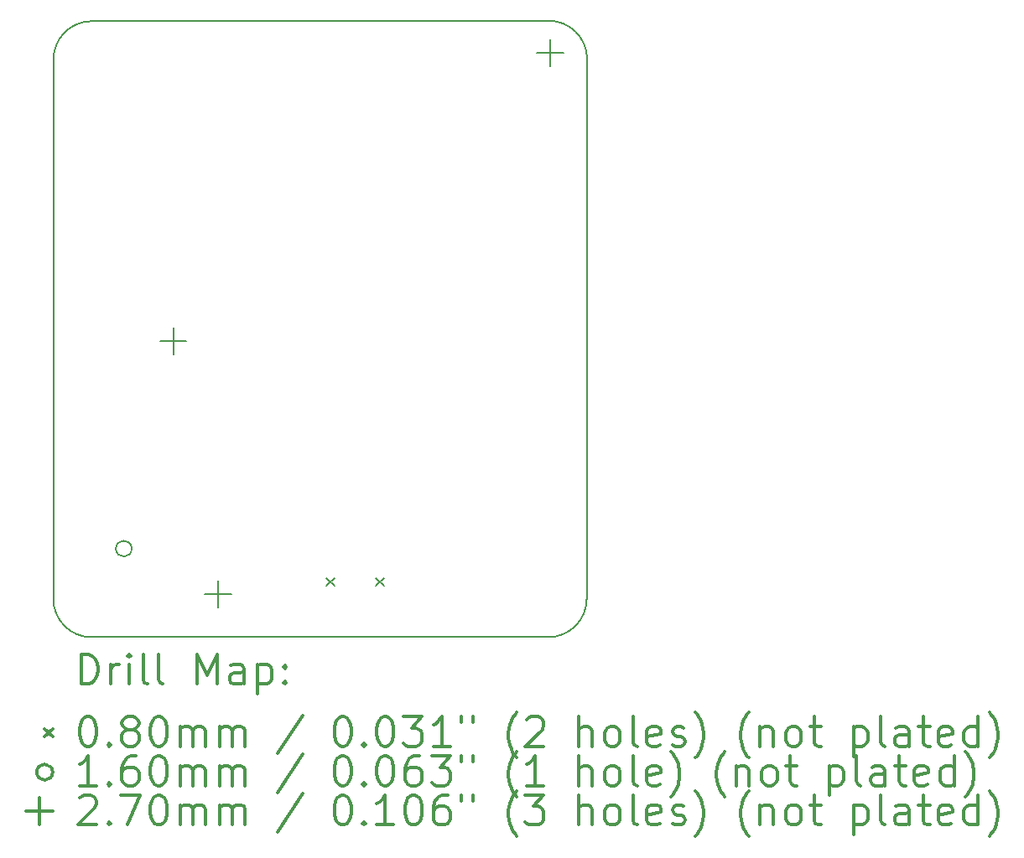
<source format=gbr>
%FSLAX45Y45*%
G04 Gerber Fmt 4.5, Leading zero omitted, Abs format (unit mm)*
G04 Created by KiCad (PCBNEW (5.0.0)) date 03/24/20 23:03:29*
%MOMM*%
%LPD*%
G01*
G04 APERTURE LIST*
%ADD10C,0.150000*%
%ADD11C,0.200000*%
%ADD12C,0.300000*%
G04 APERTURE END LIST*
D10*
X11830000Y-6131000D02*
X16446000Y-6127000D01*
X16445000Y-6127000D02*
G75*
G02X16831000Y-6513000I0J-386000D01*
G01*
X16831000Y-6513000D02*
X16827000Y-11973000D01*
X11829000Y-12356000D02*
X16445000Y-12355000D01*
X16827000Y-11969000D02*
G75*
G02X16441000Y-12355000I-386000J0D01*
G01*
X11444000Y-6516000D02*
X11443000Y-11968000D01*
X11829000Y-12356000D02*
G75*
G02X11443000Y-11970000I0J386000D01*
G01*
X11444000Y-6517000D02*
G75*
G02X11830000Y-6131000I386000J0D01*
G01*
D11*
X14199000Y-11755000D02*
X14279000Y-11835000D01*
X14279000Y-11755000D02*
X14199000Y-11835000D01*
X14699000Y-11755000D02*
X14779000Y-11835000D01*
X14779000Y-11755000D02*
X14699000Y-11835000D01*
X12234000Y-11461000D02*
G75*
G03X12234000Y-11461000I-80000J0D01*
G01*
X16461000Y-6312000D02*
X16461000Y-6582000D01*
X16326000Y-6447000D02*
X16596000Y-6447000D01*
X13103000Y-11788000D02*
X13103000Y-12058000D01*
X12968000Y-11923000D02*
X13238000Y-11923000D01*
X12653000Y-9225000D02*
X12653000Y-9495000D01*
X12518000Y-9360000D02*
X12788000Y-9360000D01*
D12*
X11721928Y-12829214D02*
X11721928Y-12529214D01*
X11793357Y-12529214D01*
X11836214Y-12543500D01*
X11864786Y-12572071D01*
X11879071Y-12600643D01*
X11893357Y-12657786D01*
X11893357Y-12700643D01*
X11879071Y-12757786D01*
X11864786Y-12786357D01*
X11836214Y-12814929D01*
X11793357Y-12829214D01*
X11721928Y-12829214D01*
X12021928Y-12829214D02*
X12021928Y-12629214D01*
X12021928Y-12686357D02*
X12036214Y-12657786D01*
X12050500Y-12643500D01*
X12079071Y-12629214D01*
X12107643Y-12629214D01*
X12207643Y-12829214D02*
X12207643Y-12629214D01*
X12207643Y-12529214D02*
X12193357Y-12543500D01*
X12207643Y-12557786D01*
X12221928Y-12543500D01*
X12207643Y-12529214D01*
X12207643Y-12557786D01*
X12393357Y-12829214D02*
X12364786Y-12814929D01*
X12350500Y-12786357D01*
X12350500Y-12529214D01*
X12550500Y-12829214D02*
X12521928Y-12814929D01*
X12507643Y-12786357D01*
X12507643Y-12529214D01*
X12893357Y-12829214D02*
X12893357Y-12529214D01*
X12993357Y-12743500D01*
X13093357Y-12529214D01*
X13093357Y-12829214D01*
X13364786Y-12829214D02*
X13364786Y-12672071D01*
X13350500Y-12643500D01*
X13321928Y-12629214D01*
X13264786Y-12629214D01*
X13236214Y-12643500D01*
X13364786Y-12814929D02*
X13336214Y-12829214D01*
X13264786Y-12829214D01*
X13236214Y-12814929D01*
X13221928Y-12786357D01*
X13221928Y-12757786D01*
X13236214Y-12729214D01*
X13264786Y-12714929D01*
X13336214Y-12714929D01*
X13364786Y-12700643D01*
X13507643Y-12629214D02*
X13507643Y-12929214D01*
X13507643Y-12643500D02*
X13536214Y-12629214D01*
X13593357Y-12629214D01*
X13621928Y-12643500D01*
X13636214Y-12657786D01*
X13650500Y-12686357D01*
X13650500Y-12772071D01*
X13636214Y-12800643D01*
X13621928Y-12814929D01*
X13593357Y-12829214D01*
X13536214Y-12829214D01*
X13507643Y-12814929D01*
X13779071Y-12800643D02*
X13793357Y-12814929D01*
X13779071Y-12829214D01*
X13764786Y-12814929D01*
X13779071Y-12800643D01*
X13779071Y-12829214D01*
X13779071Y-12643500D02*
X13793357Y-12657786D01*
X13779071Y-12672071D01*
X13764786Y-12657786D01*
X13779071Y-12643500D01*
X13779071Y-12672071D01*
X11355500Y-13283500D02*
X11435500Y-13363500D01*
X11435500Y-13283500D02*
X11355500Y-13363500D01*
X11779071Y-13159214D02*
X11807643Y-13159214D01*
X11836214Y-13173500D01*
X11850500Y-13187786D01*
X11864786Y-13216357D01*
X11879071Y-13273500D01*
X11879071Y-13344929D01*
X11864786Y-13402071D01*
X11850500Y-13430643D01*
X11836214Y-13444929D01*
X11807643Y-13459214D01*
X11779071Y-13459214D01*
X11750500Y-13444929D01*
X11736214Y-13430643D01*
X11721928Y-13402071D01*
X11707643Y-13344929D01*
X11707643Y-13273500D01*
X11721928Y-13216357D01*
X11736214Y-13187786D01*
X11750500Y-13173500D01*
X11779071Y-13159214D01*
X12007643Y-13430643D02*
X12021928Y-13444929D01*
X12007643Y-13459214D01*
X11993357Y-13444929D01*
X12007643Y-13430643D01*
X12007643Y-13459214D01*
X12193357Y-13287786D02*
X12164786Y-13273500D01*
X12150500Y-13259214D01*
X12136214Y-13230643D01*
X12136214Y-13216357D01*
X12150500Y-13187786D01*
X12164786Y-13173500D01*
X12193357Y-13159214D01*
X12250500Y-13159214D01*
X12279071Y-13173500D01*
X12293357Y-13187786D01*
X12307643Y-13216357D01*
X12307643Y-13230643D01*
X12293357Y-13259214D01*
X12279071Y-13273500D01*
X12250500Y-13287786D01*
X12193357Y-13287786D01*
X12164786Y-13302071D01*
X12150500Y-13316357D01*
X12136214Y-13344929D01*
X12136214Y-13402071D01*
X12150500Y-13430643D01*
X12164786Y-13444929D01*
X12193357Y-13459214D01*
X12250500Y-13459214D01*
X12279071Y-13444929D01*
X12293357Y-13430643D01*
X12307643Y-13402071D01*
X12307643Y-13344929D01*
X12293357Y-13316357D01*
X12279071Y-13302071D01*
X12250500Y-13287786D01*
X12493357Y-13159214D02*
X12521928Y-13159214D01*
X12550500Y-13173500D01*
X12564786Y-13187786D01*
X12579071Y-13216357D01*
X12593357Y-13273500D01*
X12593357Y-13344929D01*
X12579071Y-13402071D01*
X12564786Y-13430643D01*
X12550500Y-13444929D01*
X12521928Y-13459214D01*
X12493357Y-13459214D01*
X12464786Y-13444929D01*
X12450500Y-13430643D01*
X12436214Y-13402071D01*
X12421928Y-13344929D01*
X12421928Y-13273500D01*
X12436214Y-13216357D01*
X12450500Y-13187786D01*
X12464786Y-13173500D01*
X12493357Y-13159214D01*
X12721928Y-13459214D02*
X12721928Y-13259214D01*
X12721928Y-13287786D02*
X12736214Y-13273500D01*
X12764786Y-13259214D01*
X12807643Y-13259214D01*
X12836214Y-13273500D01*
X12850500Y-13302071D01*
X12850500Y-13459214D01*
X12850500Y-13302071D02*
X12864786Y-13273500D01*
X12893357Y-13259214D01*
X12936214Y-13259214D01*
X12964786Y-13273500D01*
X12979071Y-13302071D01*
X12979071Y-13459214D01*
X13121928Y-13459214D02*
X13121928Y-13259214D01*
X13121928Y-13287786D02*
X13136214Y-13273500D01*
X13164786Y-13259214D01*
X13207643Y-13259214D01*
X13236214Y-13273500D01*
X13250500Y-13302071D01*
X13250500Y-13459214D01*
X13250500Y-13302071D02*
X13264786Y-13273500D01*
X13293357Y-13259214D01*
X13336214Y-13259214D01*
X13364786Y-13273500D01*
X13379071Y-13302071D01*
X13379071Y-13459214D01*
X13964786Y-13144929D02*
X13707643Y-13530643D01*
X14350500Y-13159214D02*
X14379071Y-13159214D01*
X14407643Y-13173500D01*
X14421928Y-13187786D01*
X14436214Y-13216357D01*
X14450500Y-13273500D01*
X14450500Y-13344929D01*
X14436214Y-13402071D01*
X14421928Y-13430643D01*
X14407643Y-13444929D01*
X14379071Y-13459214D01*
X14350500Y-13459214D01*
X14321928Y-13444929D01*
X14307643Y-13430643D01*
X14293357Y-13402071D01*
X14279071Y-13344929D01*
X14279071Y-13273500D01*
X14293357Y-13216357D01*
X14307643Y-13187786D01*
X14321928Y-13173500D01*
X14350500Y-13159214D01*
X14579071Y-13430643D02*
X14593357Y-13444929D01*
X14579071Y-13459214D01*
X14564786Y-13444929D01*
X14579071Y-13430643D01*
X14579071Y-13459214D01*
X14779071Y-13159214D02*
X14807643Y-13159214D01*
X14836214Y-13173500D01*
X14850500Y-13187786D01*
X14864786Y-13216357D01*
X14879071Y-13273500D01*
X14879071Y-13344929D01*
X14864786Y-13402071D01*
X14850500Y-13430643D01*
X14836214Y-13444929D01*
X14807643Y-13459214D01*
X14779071Y-13459214D01*
X14750500Y-13444929D01*
X14736214Y-13430643D01*
X14721928Y-13402071D01*
X14707643Y-13344929D01*
X14707643Y-13273500D01*
X14721928Y-13216357D01*
X14736214Y-13187786D01*
X14750500Y-13173500D01*
X14779071Y-13159214D01*
X14979071Y-13159214D02*
X15164786Y-13159214D01*
X15064786Y-13273500D01*
X15107643Y-13273500D01*
X15136214Y-13287786D01*
X15150500Y-13302071D01*
X15164786Y-13330643D01*
X15164786Y-13402071D01*
X15150500Y-13430643D01*
X15136214Y-13444929D01*
X15107643Y-13459214D01*
X15021928Y-13459214D01*
X14993357Y-13444929D01*
X14979071Y-13430643D01*
X15450500Y-13459214D02*
X15279071Y-13459214D01*
X15364786Y-13459214D02*
X15364786Y-13159214D01*
X15336214Y-13202071D01*
X15307643Y-13230643D01*
X15279071Y-13244929D01*
X15564786Y-13159214D02*
X15564786Y-13216357D01*
X15679071Y-13159214D02*
X15679071Y-13216357D01*
X16121928Y-13573500D02*
X16107643Y-13559214D01*
X16079071Y-13516357D01*
X16064786Y-13487786D01*
X16050500Y-13444929D01*
X16036214Y-13373500D01*
X16036214Y-13316357D01*
X16050500Y-13244929D01*
X16064786Y-13202071D01*
X16079071Y-13173500D01*
X16107643Y-13130643D01*
X16121928Y-13116357D01*
X16221928Y-13187786D02*
X16236214Y-13173500D01*
X16264786Y-13159214D01*
X16336214Y-13159214D01*
X16364786Y-13173500D01*
X16379071Y-13187786D01*
X16393357Y-13216357D01*
X16393357Y-13244929D01*
X16379071Y-13287786D01*
X16207643Y-13459214D01*
X16393357Y-13459214D01*
X16750500Y-13459214D02*
X16750500Y-13159214D01*
X16879071Y-13459214D02*
X16879071Y-13302071D01*
X16864786Y-13273500D01*
X16836214Y-13259214D01*
X16793357Y-13259214D01*
X16764786Y-13273500D01*
X16750500Y-13287786D01*
X17064786Y-13459214D02*
X17036214Y-13444929D01*
X17021928Y-13430643D01*
X17007643Y-13402071D01*
X17007643Y-13316357D01*
X17021928Y-13287786D01*
X17036214Y-13273500D01*
X17064786Y-13259214D01*
X17107643Y-13259214D01*
X17136214Y-13273500D01*
X17150500Y-13287786D01*
X17164786Y-13316357D01*
X17164786Y-13402071D01*
X17150500Y-13430643D01*
X17136214Y-13444929D01*
X17107643Y-13459214D01*
X17064786Y-13459214D01*
X17336214Y-13459214D02*
X17307643Y-13444929D01*
X17293357Y-13416357D01*
X17293357Y-13159214D01*
X17564786Y-13444929D02*
X17536214Y-13459214D01*
X17479071Y-13459214D01*
X17450500Y-13444929D01*
X17436214Y-13416357D01*
X17436214Y-13302071D01*
X17450500Y-13273500D01*
X17479071Y-13259214D01*
X17536214Y-13259214D01*
X17564786Y-13273500D01*
X17579071Y-13302071D01*
X17579071Y-13330643D01*
X17436214Y-13359214D01*
X17693357Y-13444929D02*
X17721928Y-13459214D01*
X17779071Y-13459214D01*
X17807643Y-13444929D01*
X17821928Y-13416357D01*
X17821928Y-13402071D01*
X17807643Y-13373500D01*
X17779071Y-13359214D01*
X17736214Y-13359214D01*
X17707643Y-13344929D01*
X17693357Y-13316357D01*
X17693357Y-13302071D01*
X17707643Y-13273500D01*
X17736214Y-13259214D01*
X17779071Y-13259214D01*
X17807643Y-13273500D01*
X17921928Y-13573500D02*
X17936214Y-13559214D01*
X17964786Y-13516357D01*
X17979071Y-13487786D01*
X17993357Y-13444929D01*
X18007643Y-13373500D01*
X18007643Y-13316357D01*
X17993357Y-13244929D01*
X17979071Y-13202071D01*
X17964786Y-13173500D01*
X17936214Y-13130643D01*
X17921928Y-13116357D01*
X18464786Y-13573500D02*
X18450500Y-13559214D01*
X18421928Y-13516357D01*
X18407643Y-13487786D01*
X18393357Y-13444929D01*
X18379071Y-13373500D01*
X18379071Y-13316357D01*
X18393357Y-13244929D01*
X18407643Y-13202071D01*
X18421928Y-13173500D01*
X18450500Y-13130643D01*
X18464786Y-13116357D01*
X18579071Y-13259214D02*
X18579071Y-13459214D01*
X18579071Y-13287786D02*
X18593357Y-13273500D01*
X18621928Y-13259214D01*
X18664786Y-13259214D01*
X18693357Y-13273500D01*
X18707643Y-13302071D01*
X18707643Y-13459214D01*
X18893357Y-13459214D02*
X18864786Y-13444929D01*
X18850500Y-13430643D01*
X18836214Y-13402071D01*
X18836214Y-13316357D01*
X18850500Y-13287786D01*
X18864786Y-13273500D01*
X18893357Y-13259214D01*
X18936214Y-13259214D01*
X18964786Y-13273500D01*
X18979071Y-13287786D01*
X18993357Y-13316357D01*
X18993357Y-13402071D01*
X18979071Y-13430643D01*
X18964786Y-13444929D01*
X18936214Y-13459214D01*
X18893357Y-13459214D01*
X19079071Y-13259214D02*
X19193357Y-13259214D01*
X19121928Y-13159214D02*
X19121928Y-13416357D01*
X19136214Y-13444929D01*
X19164786Y-13459214D01*
X19193357Y-13459214D01*
X19521928Y-13259214D02*
X19521928Y-13559214D01*
X19521928Y-13273500D02*
X19550500Y-13259214D01*
X19607643Y-13259214D01*
X19636214Y-13273500D01*
X19650500Y-13287786D01*
X19664786Y-13316357D01*
X19664786Y-13402071D01*
X19650500Y-13430643D01*
X19636214Y-13444929D01*
X19607643Y-13459214D01*
X19550500Y-13459214D01*
X19521928Y-13444929D01*
X19836214Y-13459214D02*
X19807643Y-13444929D01*
X19793357Y-13416357D01*
X19793357Y-13159214D01*
X20079071Y-13459214D02*
X20079071Y-13302071D01*
X20064786Y-13273500D01*
X20036214Y-13259214D01*
X19979071Y-13259214D01*
X19950500Y-13273500D01*
X20079071Y-13444929D02*
X20050500Y-13459214D01*
X19979071Y-13459214D01*
X19950500Y-13444929D01*
X19936214Y-13416357D01*
X19936214Y-13387786D01*
X19950500Y-13359214D01*
X19979071Y-13344929D01*
X20050500Y-13344929D01*
X20079071Y-13330643D01*
X20179071Y-13259214D02*
X20293357Y-13259214D01*
X20221928Y-13159214D02*
X20221928Y-13416357D01*
X20236214Y-13444929D01*
X20264786Y-13459214D01*
X20293357Y-13459214D01*
X20507643Y-13444929D02*
X20479071Y-13459214D01*
X20421928Y-13459214D01*
X20393357Y-13444929D01*
X20379071Y-13416357D01*
X20379071Y-13302071D01*
X20393357Y-13273500D01*
X20421928Y-13259214D01*
X20479071Y-13259214D01*
X20507643Y-13273500D01*
X20521928Y-13302071D01*
X20521928Y-13330643D01*
X20379071Y-13359214D01*
X20779071Y-13459214D02*
X20779071Y-13159214D01*
X20779071Y-13444929D02*
X20750500Y-13459214D01*
X20693357Y-13459214D01*
X20664786Y-13444929D01*
X20650500Y-13430643D01*
X20636214Y-13402071D01*
X20636214Y-13316357D01*
X20650500Y-13287786D01*
X20664786Y-13273500D01*
X20693357Y-13259214D01*
X20750500Y-13259214D01*
X20779071Y-13273500D01*
X20893357Y-13573500D02*
X20907643Y-13559214D01*
X20936214Y-13516357D01*
X20950500Y-13487786D01*
X20964786Y-13444929D01*
X20979071Y-13373500D01*
X20979071Y-13316357D01*
X20964786Y-13244929D01*
X20950500Y-13202071D01*
X20936214Y-13173500D01*
X20907643Y-13130643D01*
X20893357Y-13116357D01*
X11435500Y-13719500D02*
G75*
G03X11435500Y-13719500I-80000J0D01*
G01*
X11879071Y-13855214D02*
X11707643Y-13855214D01*
X11793357Y-13855214D02*
X11793357Y-13555214D01*
X11764786Y-13598071D01*
X11736214Y-13626643D01*
X11707643Y-13640929D01*
X12007643Y-13826643D02*
X12021928Y-13840929D01*
X12007643Y-13855214D01*
X11993357Y-13840929D01*
X12007643Y-13826643D01*
X12007643Y-13855214D01*
X12279071Y-13555214D02*
X12221928Y-13555214D01*
X12193357Y-13569500D01*
X12179071Y-13583786D01*
X12150500Y-13626643D01*
X12136214Y-13683786D01*
X12136214Y-13798071D01*
X12150500Y-13826643D01*
X12164786Y-13840929D01*
X12193357Y-13855214D01*
X12250500Y-13855214D01*
X12279071Y-13840929D01*
X12293357Y-13826643D01*
X12307643Y-13798071D01*
X12307643Y-13726643D01*
X12293357Y-13698071D01*
X12279071Y-13683786D01*
X12250500Y-13669500D01*
X12193357Y-13669500D01*
X12164786Y-13683786D01*
X12150500Y-13698071D01*
X12136214Y-13726643D01*
X12493357Y-13555214D02*
X12521928Y-13555214D01*
X12550500Y-13569500D01*
X12564786Y-13583786D01*
X12579071Y-13612357D01*
X12593357Y-13669500D01*
X12593357Y-13740929D01*
X12579071Y-13798071D01*
X12564786Y-13826643D01*
X12550500Y-13840929D01*
X12521928Y-13855214D01*
X12493357Y-13855214D01*
X12464786Y-13840929D01*
X12450500Y-13826643D01*
X12436214Y-13798071D01*
X12421928Y-13740929D01*
X12421928Y-13669500D01*
X12436214Y-13612357D01*
X12450500Y-13583786D01*
X12464786Y-13569500D01*
X12493357Y-13555214D01*
X12721928Y-13855214D02*
X12721928Y-13655214D01*
X12721928Y-13683786D02*
X12736214Y-13669500D01*
X12764786Y-13655214D01*
X12807643Y-13655214D01*
X12836214Y-13669500D01*
X12850500Y-13698071D01*
X12850500Y-13855214D01*
X12850500Y-13698071D02*
X12864786Y-13669500D01*
X12893357Y-13655214D01*
X12936214Y-13655214D01*
X12964786Y-13669500D01*
X12979071Y-13698071D01*
X12979071Y-13855214D01*
X13121928Y-13855214D02*
X13121928Y-13655214D01*
X13121928Y-13683786D02*
X13136214Y-13669500D01*
X13164786Y-13655214D01*
X13207643Y-13655214D01*
X13236214Y-13669500D01*
X13250500Y-13698071D01*
X13250500Y-13855214D01*
X13250500Y-13698071D02*
X13264786Y-13669500D01*
X13293357Y-13655214D01*
X13336214Y-13655214D01*
X13364786Y-13669500D01*
X13379071Y-13698071D01*
X13379071Y-13855214D01*
X13964786Y-13540929D02*
X13707643Y-13926643D01*
X14350500Y-13555214D02*
X14379071Y-13555214D01*
X14407643Y-13569500D01*
X14421928Y-13583786D01*
X14436214Y-13612357D01*
X14450500Y-13669500D01*
X14450500Y-13740929D01*
X14436214Y-13798071D01*
X14421928Y-13826643D01*
X14407643Y-13840929D01*
X14379071Y-13855214D01*
X14350500Y-13855214D01*
X14321928Y-13840929D01*
X14307643Y-13826643D01*
X14293357Y-13798071D01*
X14279071Y-13740929D01*
X14279071Y-13669500D01*
X14293357Y-13612357D01*
X14307643Y-13583786D01*
X14321928Y-13569500D01*
X14350500Y-13555214D01*
X14579071Y-13826643D02*
X14593357Y-13840929D01*
X14579071Y-13855214D01*
X14564786Y-13840929D01*
X14579071Y-13826643D01*
X14579071Y-13855214D01*
X14779071Y-13555214D02*
X14807643Y-13555214D01*
X14836214Y-13569500D01*
X14850500Y-13583786D01*
X14864786Y-13612357D01*
X14879071Y-13669500D01*
X14879071Y-13740929D01*
X14864786Y-13798071D01*
X14850500Y-13826643D01*
X14836214Y-13840929D01*
X14807643Y-13855214D01*
X14779071Y-13855214D01*
X14750500Y-13840929D01*
X14736214Y-13826643D01*
X14721928Y-13798071D01*
X14707643Y-13740929D01*
X14707643Y-13669500D01*
X14721928Y-13612357D01*
X14736214Y-13583786D01*
X14750500Y-13569500D01*
X14779071Y-13555214D01*
X15136214Y-13555214D02*
X15079071Y-13555214D01*
X15050500Y-13569500D01*
X15036214Y-13583786D01*
X15007643Y-13626643D01*
X14993357Y-13683786D01*
X14993357Y-13798071D01*
X15007643Y-13826643D01*
X15021928Y-13840929D01*
X15050500Y-13855214D01*
X15107643Y-13855214D01*
X15136214Y-13840929D01*
X15150500Y-13826643D01*
X15164786Y-13798071D01*
X15164786Y-13726643D01*
X15150500Y-13698071D01*
X15136214Y-13683786D01*
X15107643Y-13669500D01*
X15050500Y-13669500D01*
X15021928Y-13683786D01*
X15007643Y-13698071D01*
X14993357Y-13726643D01*
X15264786Y-13555214D02*
X15450500Y-13555214D01*
X15350500Y-13669500D01*
X15393357Y-13669500D01*
X15421928Y-13683786D01*
X15436214Y-13698071D01*
X15450500Y-13726643D01*
X15450500Y-13798071D01*
X15436214Y-13826643D01*
X15421928Y-13840929D01*
X15393357Y-13855214D01*
X15307643Y-13855214D01*
X15279071Y-13840929D01*
X15264786Y-13826643D01*
X15564786Y-13555214D02*
X15564786Y-13612357D01*
X15679071Y-13555214D02*
X15679071Y-13612357D01*
X16121928Y-13969500D02*
X16107643Y-13955214D01*
X16079071Y-13912357D01*
X16064786Y-13883786D01*
X16050500Y-13840929D01*
X16036214Y-13769500D01*
X16036214Y-13712357D01*
X16050500Y-13640929D01*
X16064786Y-13598071D01*
X16079071Y-13569500D01*
X16107643Y-13526643D01*
X16121928Y-13512357D01*
X16393357Y-13855214D02*
X16221928Y-13855214D01*
X16307643Y-13855214D02*
X16307643Y-13555214D01*
X16279071Y-13598071D01*
X16250500Y-13626643D01*
X16221928Y-13640929D01*
X16750500Y-13855214D02*
X16750500Y-13555214D01*
X16879071Y-13855214D02*
X16879071Y-13698071D01*
X16864786Y-13669500D01*
X16836214Y-13655214D01*
X16793357Y-13655214D01*
X16764786Y-13669500D01*
X16750500Y-13683786D01*
X17064786Y-13855214D02*
X17036214Y-13840929D01*
X17021928Y-13826643D01*
X17007643Y-13798071D01*
X17007643Y-13712357D01*
X17021928Y-13683786D01*
X17036214Y-13669500D01*
X17064786Y-13655214D01*
X17107643Y-13655214D01*
X17136214Y-13669500D01*
X17150500Y-13683786D01*
X17164786Y-13712357D01*
X17164786Y-13798071D01*
X17150500Y-13826643D01*
X17136214Y-13840929D01*
X17107643Y-13855214D01*
X17064786Y-13855214D01*
X17336214Y-13855214D02*
X17307643Y-13840929D01*
X17293357Y-13812357D01*
X17293357Y-13555214D01*
X17564786Y-13840929D02*
X17536214Y-13855214D01*
X17479071Y-13855214D01*
X17450500Y-13840929D01*
X17436214Y-13812357D01*
X17436214Y-13698071D01*
X17450500Y-13669500D01*
X17479071Y-13655214D01*
X17536214Y-13655214D01*
X17564786Y-13669500D01*
X17579071Y-13698071D01*
X17579071Y-13726643D01*
X17436214Y-13755214D01*
X17679071Y-13969500D02*
X17693357Y-13955214D01*
X17721928Y-13912357D01*
X17736214Y-13883786D01*
X17750500Y-13840929D01*
X17764786Y-13769500D01*
X17764786Y-13712357D01*
X17750500Y-13640929D01*
X17736214Y-13598071D01*
X17721928Y-13569500D01*
X17693357Y-13526643D01*
X17679071Y-13512357D01*
X18221928Y-13969500D02*
X18207643Y-13955214D01*
X18179071Y-13912357D01*
X18164786Y-13883786D01*
X18150500Y-13840929D01*
X18136214Y-13769500D01*
X18136214Y-13712357D01*
X18150500Y-13640929D01*
X18164786Y-13598071D01*
X18179071Y-13569500D01*
X18207643Y-13526643D01*
X18221928Y-13512357D01*
X18336214Y-13655214D02*
X18336214Y-13855214D01*
X18336214Y-13683786D02*
X18350500Y-13669500D01*
X18379071Y-13655214D01*
X18421928Y-13655214D01*
X18450500Y-13669500D01*
X18464786Y-13698071D01*
X18464786Y-13855214D01*
X18650500Y-13855214D02*
X18621928Y-13840929D01*
X18607643Y-13826643D01*
X18593357Y-13798071D01*
X18593357Y-13712357D01*
X18607643Y-13683786D01*
X18621928Y-13669500D01*
X18650500Y-13655214D01*
X18693357Y-13655214D01*
X18721928Y-13669500D01*
X18736214Y-13683786D01*
X18750500Y-13712357D01*
X18750500Y-13798071D01*
X18736214Y-13826643D01*
X18721928Y-13840929D01*
X18693357Y-13855214D01*
X18650500Y-13855214D01*
X18836214Y-13655214D02*
X18950500Y-13655214D01*
X18879071Y-13555214D02*
X18879071Y-13812357D01*
X18893357Y-13840929D01*
X18921928Y-13855214D01*
X18950500Y-13855214D01*
X19279071Y-13655214D02*
X19279071Y-13955214D01*
X19279071Y-13669500D02*
X19307643Y-13655214D01*
X19364786Y-13655214D01*
X19393357Y-13669500D01*
X19407643Y-13683786D01*
X19421928Y-13712357D01*
X19421928Y-13798071D01*
X19407643Y-13826643D01*
X19393357Y-13840929D01*
X19364786Y-13855214D01*
X19307643Y-13855214D01*
X19279071Y-13840929D01*
X19593357Y-13855214D02*
X19564786Y-13840929D01*
X19550500Y-13812357D01*
X19550500Y-13555214D01*
X19836214Y-13855214D02*
X19836214Y-13698071D01*
X19821928Y-13669500D01*
X19793357Y-13655214D01*
X19736214Y-13655214D01*
X19707643Y-13669500D01*
X19836214Y-13840929D02*
X19807643Y-13855214D01*
X19736214Y-13855214D01*
X19707643Y-13840929D01*
X19693357Y-13812357D01*
X19693357Y-13783786D01*
X19707643Y-13755214D01*
X19736214Y-13740929D01*
X19807643Y-13740929D01*
X19836214Y-13726643D01*
X19936214Y-13655214D02*
X20050500Y-13655214D01*
X19979071Y-13555214D02*
X19979071Y-13812357D01*
X19993357Y-13840929D01*
X20021928Y-13855214D01*
X20050500Y-13855214D01*
X20264786Y-13840929D02*
X20236214Y-13855214D01*
X20179071Y-13855214D01*
X20150500Y-13840929D01*
X20136214Y-13812357D01*
X20136214Y-13698071D01*
X20150500Y-13669500D01*
X20179071Y-13655214D01*
X20236214Y-13655214D01*
X20264786Y-13669500D01*
X20279071Y-13698071D01*
X20279071Y-13726643D01*
X20136214Y-13755214D01*
X20536214Y-13855214D02*
X20536214Y-13555214D01*
X20536214Y-13840929D02*
X20507643Y-13855214D01*
X20450500Y-13855214D01*
X20421928Y-13840929D01*
X20407643Y-13826643D01*
X20393357Y-13798071D01*
X20393357Y-13712357D01*
X20407643Y-13683786D01*
X20421928Y-13669500D01*
X20450500Y-13655214D01*
X20507643Y-13655214D01*
X20536214Y-13669500D01*
X20650500Y-13969500D02*
X20664786Y-13955214D01*
X20693357Y-13912357D01*
X20707643Y-13883786D01*
X20721928Y-13840929D01*
X20736214Y-13769500D01*
X20736214Y-13712357D01*
X20721928Y-13640929D01*
X20707643Y-13598071D01*
X20693357Y-13569500D01*
X20664786Y-13526643D01*
X20650500Y-13512357D01*
X11300500Y-13980500D02*
X11300500Y-14250500D01*
X11165500Y-14115500D02*
X11435500Y-14115500D01*
X11707643Y-13979786D02*
X11721928Y-13965500D01*
X11750500Y-13951214D01*
X11821928Y-13951214D01*
X11850500Y-13965500D01*
X11864786Y-13979786D01*
X11879071Y-14008357D01*
X11879071Y-14036929D01*
X11864786Y-14079786D01*
X11693357Y-14251214D01*
X11879071Y-14251214D01*
X12007643Y-14222643D02*
X12021928Y-14236929D01*
X12007643Y-14251214D01*
X11993357Y-14236929D01*
X12007643Y-14222643D01*
X12007643Y-14251214D01*
X12121928Y-13951214D02*
X12321928Y-13951214D01*
X12193357Y-14251214D01*
X12493357Y-13951214D02*
X12521928Y-13951214D01*
X12550500Y-13965500D01*
X12564786Y-13979786D01*
X12579071Y-14008357D01*
X12593357Y-14065500D01*
X12593357Y-14136929D01*
X12579071Y-14194071D01*
X12564786Y-14222643D01*
X12550500Y-14236929D01*
X12521928Y-14251214D01*
X12493357Y-14251214D01*
X12464786Y-14236929D01*
X12450500Y-14222643D01*
X12436214Y-14194071D01*
X12421928Y-14136929D01*
X12421928Y-14065500D01*
X12436214Y-14008357D01*
X12450500Y-13979786D01*
X12464786Y-13965500D01*
X12493357Y-13951214D01*
X12721928Y-14251214D02*
X12721928Y-14051214D01*
X12721928Y-14079786D02*
X12736214Y-14065500D01*
X12764786Y-14051214D01*
X12807643Y-14051214D01*
X12836214Y-14065500D01*
X12850500Y-14094071D01*
X12850500Y-14251214D01*
X12850500Y-14094071D02*
X12864786Y-14065500D01*
X12893357Y-14051214D01*
X12936214Y-14051214D01*
X12964786Y-14065500D01*
X12979071Y-14094071D01*
X12979071Y-14251214D01*
X13121928Y-14251214D02*
X13121928Y-14051214D01*
X13121928Y-14079786D02*
X13136214Y-14065500D01*
X13164786Y-14051214D01*
X13207643Y-14051214D01*
X13236214Y-14065500D01*
X13250500Y-14094071D01*
X13250500Y-14251214D01*
X13250500Y-14094071D02*
X13264786Y-14065500D01*
X13293357Y-14051214D01*
X13336214Y-14051214D01*
X13364786Y-14065500D01*
X13379071Y-14094071D01*
X13379071Y-14251214D01*
X13964786Y-13936929D02*
X13707643Y-14322643D01*
X14350500Y-13951214D02*
X14379071Y-13951214D01*
X14407643Y-13965500D01*
X14421928Y-13979786D01*
X14436214Y-14008357D01*
X14450500Y-14065500D01*
X14450500Y-14136929D01*
X14436214Y-14194071D01*
X14421928Y-14222643D01*
X14407643Y-14236929D01*
X14379071Y-14251214D01*
X14350500Y-14251214D01*
X14321928Y-14236929D01*
X14307643Y-14222643D01*
X14293357Y-14194071D01*
X14279071Y-14136929D01*
X14279071Y-14065500D01*
X14293357Y-14008357D01*
X14307643Y-13979786D01*
X14321928Y-13965500D01*
X14350500Y-13951214D01*
X14579071Y-14222643D02*
X14593357Y-14236929D01*
X14579071Y-14251214D01*
X14564786Y-14236929D01*
X14579071Y-14222643D01*
X14579071Y-14251214D01*
X14879071Y-14251214D02*
X14707643Y-14251214D01*
X14793357Y-14251214D02*
X14793357Y-13951214D01*
X14764786Y-13994071D01*
X14736214Y-14022643D01*
X14707643Y-14036929D01*
X15064786Y-13951214D02*
X15093357Y-13951214D01*
X15121928Y-13965500D01*
X15136214Y-13979786D01*
X15150500Y-14008357D01*
X15164786Y-14065500D01*
X15164786Y-14136929D01*
X15150500Y-14194071D01*
X15136214Y-14222643D01*
X15121928Y-14236929D01*
X15093357Y-14251214D01*
X15064786Y-14251214D01*
X15036214Y-14236929D01*
X15021928Y-14222643D01*
X15007643Y-14194071D01*
X14993357Y-14136929D01*
X14993357Y-14065500D01*
X15007643Y-14008357D01*
X15021928Y-13979786D01*
X15036214Y-13965500D01*
X15064786Y-13951214D01*
X15421928Y-13951214D02*
X15364786Y-13951214D01*
X15336214Y-13965500D01*
X15321928Y-13979786D01*
X15293357Y-14022643D01*
X15279071Y-14079786D01*
X15279071Y-14194071D01*
X15293357Y-14222643D01*
X15307643Y-14236929D01*
X15336214Y-14251214D01*
X15393357Y-14251214D01*
X15421928Y-14236929D01*
X15436214Y-14222643D01*
X15450500Y-14194071D01*
X15450500Y-14122643D01*
X15436214Y-14094071D01*
X15421928Y-14079786D01*
X15393357Y-14065500D01*
X15336214Y-14065500D01*
X15307643Y-14079786D01*
X15293357Y-14094071D01*
X15279071Y-14122643D01*
X15564786Y-13951214D02*
X15564786Y-14008357D01*
X15679071Y-13951214D02*
X15679071Y-14008357D01*
X16121928Y-14365500D02*
X16107643Y-14351214D01*
X16079071Y-14308357D01*
X16064786Y-14279786D01*
X16050500Y-14236929D01*
X16036214Y-14165500D01*
X16036214Y-14108357D01*
X16050500Y-14036929D01*
X16064786Y-13994071D01*
X16079071Y-13965500D01*
X16107643Y-13922643D01*
X16121928Y-13908357D01*
X16207643Y-13951214D02*
X16393357Y-13951214D01*
X16293357Y-14065500D01*
X16336214Y-14065500D01*
X16364786Y-14079786D01*
X16379071Y-14094071D01*
X16393357Y-14122643D01*
X16393357Y-14194071D01*
X16379071Y-14222643D01*
X16364786Y-14236929D01*
X16336214Y-14251214D01*
X16250500Y-14251214D01*
X16221928Y-14236929D01*
X16207643Y-14222643D01*
X16750500Y-14251214D02*
X16750500Y-13951214D01*
X16879071Y-14251214D02*
X16879071Y-14094071D01*
X16864786Y-14065500D01*
X16836214Y-14051214D01*
X16793357Y-14051214D01*
X16764786Y-14065500D01*
X16750500Y-14079786D01*
X17064786Y-14251214D02*
X17036214Y-14236929D01*
X17021928Y-14222643D01*
X17007643Y-14194071D01*
X17007643Y-14108357D01*
X17021928Y-14079786D01*
X17036214Y-14065500D01*
X17064786Y-14051214D01*
X17107643Y-14051214D01*
X17136214Y-14065500D01*
X17150500Y-14079786D01*
X17164786Y-14108357D01*
X17164786Y-14194071D01*
X17150500Y-14222643D01*
X17136214Y-14236929D01*
X17107643Y-14251214D01*
X17064786Y-14251214D01*
X17336214Y-14251214D02*
X17307643Y-14236929D01*
X17293357Y-14208357D01*
X17293357Y-13951214D01*
X17564786Y-14236929D02*
X17536214Y-14251214D01*
X17479071Y-14251214D01*
X17450500Y-14236929D01*
X17436214Y-14208357D01*
X17436214Y-14094071D01*
X17450500Y-14065500D01*
X17479071Y-14051214D01*
X17536214Y-14051214D01*
X17564786Y-14065500D01*
X17579071Y-14094071D01*
X17579071Y-14122643D01*
X17436214Y-14151214D01*
X17693357Y-14236929D02*
X17721928Y-14251214D01*
X17779071Y-14251214D01*
X17807643Y-14236929D01*
X17821928Y-14208357D01*
X17821928Y-14194071D01*
X17807643Y-14165500D01*
X17779071Y-14151214D01*
X17736214Y-14151214D01*
X17707643Y-14136929D01*
X17693357Y-14108357D01*
X17693357Y-14094071D01*
X17707643Y-14065500D01*
X17736214Y-14051214D01*
X17779071Y-14051214D01*
X17807643Y-14065500D01*
X17921928Y-14365500D02*
X17936214Y-14351214D01*
X17964786Y-14308357D01*
X17979071Y-14279786D01*
X17993357Y-14236929D01*
X18007643Y-14165500D01*
X18007643Y-14108357D01*
X17993357Y-14036929D01*
X17979071Y-13994071D01*
X17964786Y-13965500D01*
X17936214Y-13922643D01*
X17921928Y-13908357D01*
X18464786Y-14365500D02*
X18450500Y-14351214D01*
X18421928Y-14308357D01*
X18407643Y-14279786D01*
X18393357Y-14236929D01*
X18379071Y-14165500D01*
X18379071Y-14108357D01*
X18393357Y-14036929D01*
X18407643Y-13994071D01*
X18421928Y-13965500D01*
X18450500Y-13922643D01*
X18464786Y-13908357D01*
X18579071Y-14051214D02*
X18579071Y-14251214D01*
X18579071Y-14079786D02*
X18593357Y-14065500D01*
X18621928Y-14051214D01*
X18664786Y-14051214D01*
X18693357Y-14065500D01*
X18707643Y-14094071D01*
X18707643Y-14251214D01*
X18893357Y-14251214D02*
X18864786Y-14236929D01*
X18850500Y-14222643D01*
X18836214Y-14194071D01*
X18836214Y-14108357D01*
X18850500Y-14079786D01*
X18864786Y-14065500D01*
X18893357Y-14051214D01*
X18936214Y-14051214D01*
X18964786Y-14065500D01*
X18979071Y-14079786D01*
X18993357Y-14108357D01*
X18993357Y-14194071D01*
X18979071Y-14222643D01*
X18964786Y-14236929D01*
X18936214Y-14251214D01*
X18893357Y-14251214D01*
X19079071Y-14051214D02*
X19193357Y-14051214D01*
X19121928Y-13951214D02*
X19121928Y-14208357D01*
X19136214Y-14236929D01*
X19164786Y-14251214D01*
X19193357Y-14251214D01*
X19521928Y-14051214D02*
X19521928Y-14351214D01*
X19521928Y-14065500D02*
X19550500Y-14051214D01*
X19607643Y-14051214D01*
X19636214Y-14065500D01*
X19650500Y-14079786D01*
X19664786Y-14108357D01*
X19664786Y-14194071D01*
X19650500Y-14222643D01*
X19636214Y-14236929D01*
X19607643Y-14251214D01*
X19550500Y-14251214D01*
X19521928Y-14236929D01*
X19836214Y-14251214D02*
X19807643Y-14236929D01*
X19793357Y-14208357D01*
X19793357Y-13951214D01*
X20079071Y-14251214D02*
X20079071Y-14094071D01*
X20064786Y-14065500D01*
X20036214Y-14051214D01*
X19979071Y-14051214D01*
X19950500Y-14065500D01*
X20079071Y-14236929D02*
X20050500Y-14251214D01*
X19979071Y-14251214D01*
X19950500Y-14236929D01*
X19936214Y-14208357D01*
X19936214Y-14179786D01*
X19950500Y-14151214D01*
X19979071Y-14136929D01*
X20050500Y-14136929D01*
X20079071Y-14122643D01*
X20179071Y-14051214D02*
X20293357Y-14051214D01*
X20221928Y-13951214D02*
X20221928Y-14208357D01*
X20236214Y-14236929D01*
X20264786Y-14251214D01*
X20293357Y-14251214D01*
X20507643Y-14236929D02*
X20479071Y-14251214D01*
X20421928Y-14251214D01*
X20393357Y-14236929D01*
X20379071Y-14208357D01*
X20379071Y-14094071D01*
X20393357Y-14065500D01*
X20421928Y-14051214D01*
X20479071Y-14051214D01*
X20507643Y-14065500D01*
X20521928Y-14094071D01*
X20521928Y-14122643D01*
X20379071Y-14151214D01*
X20779071Y-14251214D02*
X20779071Y-13951214D01*
X20779071Y-14236929D02*
X20750500Y-14251214D01*
X20693357Y-14251214D01*
X20664786Y-14236929D01*
X20650500Y-14222643D01*
X20636214Y-14194071D01*
X20636214Y-14108357D01*
X20650500Y-14079786D01*
X20664786Y-14065500D01*
X20693357Y-14051214D01*
X20750500Y-14051214D01*
X20779071Y-14065500D01*
X20893357Y-14365500D02*
X20907643Y-14351214D01*
X20936214Y-14308357D01*
X20950500Y-14279786D01*
X20964786Y-14236929D01*
X20979071Y-14165500D01*
X20979071Y-14108357D01*
X20964786Y-14036929D01*
X20950500Y-13994071D01*
X20936214Y-13965500D01*
X20907643Y-13922643D01*
X20893357Y-13908357D01*
M02*

</source>
